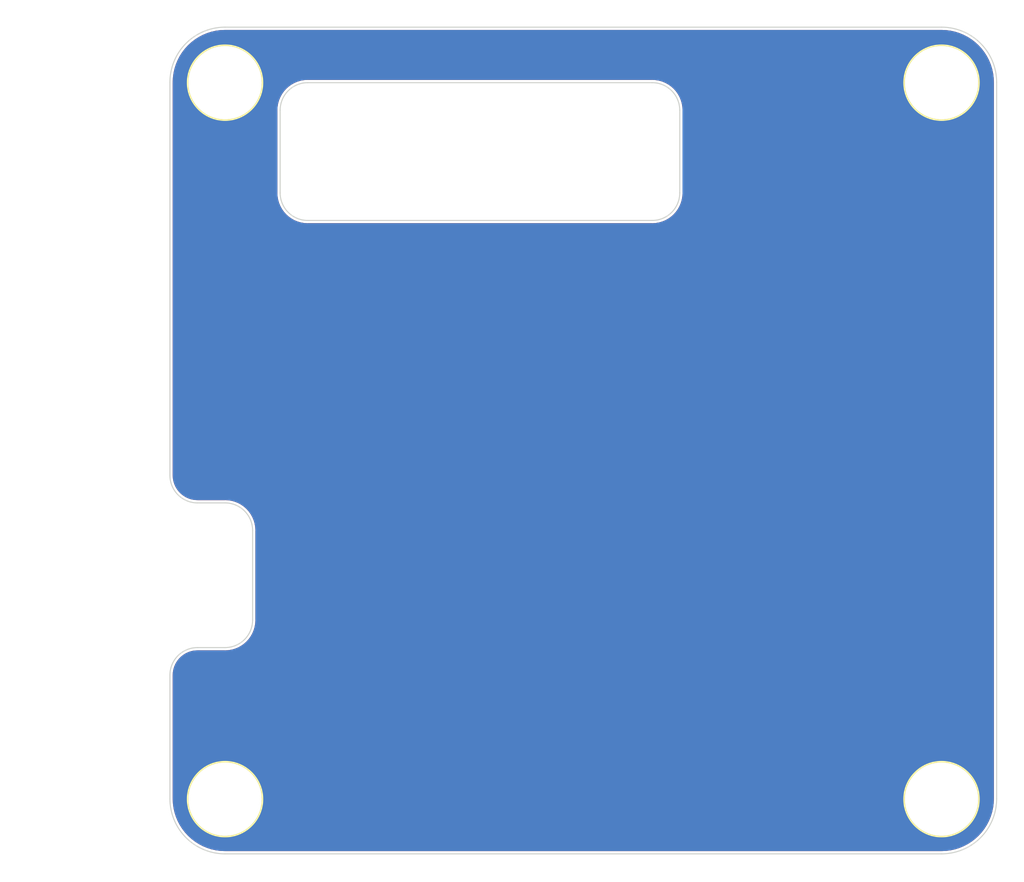
<source format=kicad_pcb>
(kicad_pcb (version 20211014) (generator pcbnew)
  (layers (0 "F.Cu" signal) (31 "B.Cu" signal) (34 "B.Paste" user) (35 "F.Paste" user) (36 "B.SilkS" user "B.Silkscreen") (37 "F.SilkS" user "F.Silkscreen") (38 "B.Mask" user) (39 "F.Mask" user) (44 "Edge.Cuts" user))
  (net 0 "")
  (net 1 "+3V3")
  (net 2 "GND")
  (footprint "kicadlibrary:MountingHole_3.2mm_M3_BARE" (layer "F.Cu") (at 180.340004 99.060004)
    (fp_text reference "H5")
    (fp_text value "MountingHole")
    (fp_circle (center 0 0) (end 3.45 0) (layer "F.SilkS") (width 0.15) (fill none))
    (pad "" np_thru_hole circle (at 0 0) (size 3.2 3.2) (drill 3.2) (layers F&B.Cu *.Mask))
    (zone (net 0) (net_name "") (layers *.Cu) (name "MOUNT_FR4_BARE") (connect_pads (clearance 0)) (min_thickness 0.254)
      (keepout (tracks not_allowed) (vias not_allowed) (pads allowed) (copperpour not_allowed) (footprints not_allowed))
      (fill (thermal_gap 0.508) (thermal_bridge_width 0.508))
      (polygon (pts (xy 183.744998 99.060004) (xy 183.725082 98.692267) (xy 183.665567 98.328831) (xy 183.56715 97.973949) (xy 183.430981 97.631772) (xy 183.258654 97.306302) (xy 183.052184 97.001348) (xy 182.813986 96.720475) (xy 182.546848 96.466971) (xy 182.253895 96.2438) (xy 181.938552 96.053573) (xy 181.604509 95.898515) (xy 181.255674 95.780441) (xy 180.896128 95.700732) (xy 180.530076 95.660319) (xy 180.1618 95.659676) (xy 179.79561 95.698811) (xy 179.435787 95.777265) (xy 179.086542 95.894121) (xy 178.75196 96.048011) (xy 178.435956 96.237136) (xy 178.142224 96.459283) (xy 177.874203 96.711854) (xy 177.635027 96.991893) (xy 177.427494 97.296125) (xy 177.254031 97.620991) (xy 177.116669 97.962691) (xy 177.017013 98.317228) (xy 176.95623 98.680453) (xy 176.935031 99.048118) (xy 176.953663 99.415923) (xy 177.011909 99.779564) (xy 177.109087 100.134787) (xy 177.244061 100.477438) (xy 177.415251 100.803507) (xy 177.620655 101.109181) (xy 177.85787 101.390883) (xy 178.124122 101.645318) (xy 178.416295 101.869511) (xy 178.730971 102.060837) (xy 179.064471 102.217059) (xy 179.412891 102.33635) (xy 179.772157 102.417315) (xy 180.138066 102.459005) (xy 180.506337 102.460933) (xy 180.872662 102.423077) (xy 181.232757 102.345879) (xy 181.582407 102.230243) (xy 181.917524 102.077522) (xy 182.234187 101.889501) (xy 182.528692 101.668381) (xy 182.797593 101.416747) (xy 183.037745 101.137545) (xy 183.246339 100.834039) (xy 183.420935 100.50978) (xy 183.559489 100.168562) (xy 183.660382 99.814375) (xy 183.722432 99.451364) (xy 183.744915 99.083775)))
    )
  )
  (footprint "kicadlibrary:MountingHole_3.2mm_M3_BARE" (layer "F.Cu") (at 114.300004 33.020004)
    (fp_text reference "H7")
    (fp_text value "MountingHole")
    (fp_circle (center 0 0) (end 3.45 0) (layer "F.SilkS") (width 0.15) (fill none))
    (pad "" np_thru_hole circle (at 0 0) (size 3.2 3.2) (drill 3.2) (layers F&B.Cu *.Mask))
    (zone (net 0) (net_name "") (layers *.Cu) (name "MOUNT_FR4_BARE") (connect_pads (clearance 0)) (min_thickness 0.254)
      (keepout (tracks not_allowed) (vias not_allowed) (pads allowed) (copperpour not_allowed) (footprints not_allowed))
      (fill (thermal_gap 0.508) (thermal_bridge_width 0.508))
      (polygon (pts (xy 117.704998 33.020004) (xy 117.685082 32.652267) (xy 117.625567 32.288831) (xy 117.52715 31.933949) (xy 117.390981 31.591772) (xy 117.218654 31.266302) (xy 117.012184 30.961348) (xy 116.773986 30.680475) (xy 116.506848 30.426971) (xy 116.213895 30.2038) (xy 115.898552 30.013573) (xy 115.564509 29.858515) (xy 115.215674 29.740441) (xy 114.856128 29.660732) (xy 114.490076 29.620319) (xy 114.1218 29.619676) (xy 113.75561 29.658811) (xy 113.395787 29.737265) (xy 113.046542 29.854121) (xy 112.71196 30.008011) (xy 112.395956 30.197136) (xy 112.102224 30.419283) (xy 111.834203 30.671854) (xy 111.595027 30.951893) (xy 111.387494 31.256125) (xy 111.214031 31.580991) (xy 111.076669 31.922691) (xy 110.977013 32.277228) (xy 110.91623 32.640453) (xy 110.895031 33.008118) (xy 110.913663 33.375923) (xy 110.971909 33.739564) (xy 111.069087 34.094787) (xy 111.204061 34.437438) (xy 111.375251 34.763507) (xy 111.580655 35.069181) (xy 111.81787 35.350883) (xy 112.084122 35.605318) (xy 112.376295 35.829511) (xy 112.690971 36.020837) (xy 113.024471 36.177059) (xy 113.372891 36.29635) (xy 113.732157 36.377315) (xy 114.098066 36.419005) (xy 114.466337 36.420933) (xy 114.832662 36.383077) (xy 115.192757 36.305879) (xy 115.542407 36.190243) (xy 115.877524 36.037522) (xy 116.194187 35.849501) (xy 116.488692 35.628381) (xy 116.757593 35.376747) (xy 116.997745 35.097545) (xy 117.206339 34.794039) (xy 117.380935 34.46978) (xy 117.519489 34.128562) (xy 117.620382 33.774375) (xy 117.682432 33.411364) (xy 117.704915 33.043775)))
    )
  )
  (footprint "kicadlibrary:MountingHole_3.2mm_M3_BARE" (layer "F.Cu") (at 114.300004 99.060004)
    (fp_text reference "H8")
    (fp_text value "MountingHole")
    (fp_circle (center 0 0) (end 3.45 0) (layer "F.SilkS") (width 0.15) (fill none))
    (pad "" np_thru_hole circle (at 0 0) (size 3.2 3.2) (drill 3.2) (layers F&B.Cu *.Mask))
    (zone (net 0) (net_name "") (layers *.Cu) (name "MOUNT_FR4_BARE") (connect_pads (clearance 0)) (min_thickness 0.254)
      (keepout (tracks not_allowed) (vias not_allowed) (pads allowed) (copperpour not_allowed) (footprints not_allowed))
      (fill (thermal_gap 0.508) (thermal_bridge_width 0.508))
      (polygon (pts (xy 117.704998 99.060004) (xy 117.685082 98.692267) (xy 117.625567 98.328831) (xy 117.52715 97.973949) (xy 117.390981 97.631772) (xy 117.218654 97.306302) (xy 117.012184 97.001348) (xy 116.773986 96.720475) (xy 116.506848 96.466971) (xy 116.213895 96.2438) (xy 115.898552 96.053573) (xy 115.564509 95.898515) (xy 115.215674 95.780441) (xy 114.856128 95.700732) (xy 114.490076 95.660319) (xy 114.1218 95.659676) (xy 113.75561 95.698811) (xy 113.395787 95.777265) (xy 113.046542 95.894121) (xy 112.71196 96.048011) (xy 112.395956 96.237136) (xy 112.102224 96.459283) (xy 111.834203 96.711854) (xy 111.595027 96.991893) (xy 111.387494 97.296125) (xy 111.214031 97.620991) (xy 111.076669 97.962691) (xy 110.977013 98.317228) (xy 110.91623 98.680453) (xy 110.895031 99.048118) (xy 110.913663 99.415923) (xy 110.971909 99.779564) (xy 111.069087 100.134787) (xy 111.204061 100.477438) (xy 111.375251 100.803507) (xy 111.580655 101.109181) (xy 111.81787 101.390883) (xy 112.084122 101.645318) (xy 112.376295 101.869511) (xy 112.690971 102.060837) (xy 113.024471 102.217059) (xy 113.372891 102.33635) (xy 113.732157 102.417315) (xy 114.098066 102.459005) (xy 114.466337 102.460933) (xy 114.832662 102.423077) (xy 115.192757 102.345879) (xy 115.542407 102.230243) (xy 115.877524 102.077522) (xy 116.194187 101.889501) (xy 116.488692 101.668381) (xy 116.757593 101.416747) (xy 116.997745 101.137545) (xy 117.206339 100.834039) (xy 117.380935 100.50978) (xy 117.519489 100.168562) (xy 117.620382 99.814375) (xy 117.682432 99.451364) (xy 117.704915 99.083775)))
    )
  )
  (footprint "kicadlibrary:MountingHole_3.2mm_M3_BARE" (layer "F.Cu") (at 180.340004 33.020004)
    (fp_text reference "H6")
    (fp_text value "MountingHole")
    (fp_circle (center 0 0) (end 3.45 0) (layer "F.SilkS") (width 0.15) (fill none))
    (pad "" np_thru_hole circle (at 0 0) (size 3.2 3.2) (drill 3.2) (layers F&B.Cu *.Mask))
    (zone (net 0) (net_name "") (layers *.Cu) (name "MOUNT_FR4_BARE") (connect_pads (clearance 0)) (min_thickness 0.254)
      (keepout (tracks not_allowed) (vias not_allowed) (pads allowed) (copperpour not_allowed) (footprints not_allowed))
      (fill (thermal_gap 0.508) (thermal_bridge_width 0.508))
      (polygon (pts (xy 183.744998 33.020004) (xy 183.725082 32.652267) (xy 183.665567 32.288831) (xy 183.56715 31.933949) (xy 183.430981 31.591772) (xy 183.258654 31.266302) (xy 183.052184 30.961348) (xy 182.813986 30.680475) (xy 182.546848 30.426971) (xy 182.253895 30.2038) (xy 181.938552 30.013573) (xy 181.604509 29.858515) (xy 181.255674 29.740441) (xy 180.896128 29.660732) (xy 180.530076 29.620319) (xy 180.1618 29.619676) (xy 179.79561 29.658811) (xy 179.435787 29.737265) (xy 179.086542 29.854121) (xy 178.75196 30.008011) (xy 178.435956 30.197136) (xy 178.142224 30.419283) (xy 177.874203 30.671854) (xy 177.635027 30.951893) (xy 177.427494 31.256125) (xy 177.254031 31.580991) (xy 177.116669 31.922691) (xy 177.017013 32.277228) (xy 176.95623 32.640453) (xy 176.935031 33.008118) (xy 176.953663 33.375923) (xy 177.011909 33.739564) (xy 177.109087 34.094787) (xy 177.244061 34.437438) (xy 177.415251 34.763507) (xy 177.620655 35.069181) (xy 177.85787 35.350883) (xy 178.124122 35.605318) (xy 178.416295 35.829511) (xy 178.730971 36.020837) (xy 179.064471 36.177059) (xy 179.412891 36.29635) (xy 179.772157 36.377315) (xy 180.138066 36.419005) (xy 180.506337 36.420933) (xy 180.872662 36.383077) (xy 181.232757 36.305879) (xy 181.582407 36.190243) (xy 181.917524 36.037522) (xy 182.234187 35.849501) (xy 182.528692 35.628381) (xy 182.797593 35.376747) (xy 183.037745 35.097545) (xy 183.246339 34.794039) (xy 183.420935 34.46978) (xy 183.559489 34.128562) (xy 183.660382 33.774375) (xy 183.722432 33.411364) (xy 183.744915 33.043775)))
    )
  )
  (gr_arc (start 156.210004 43.180004) (mid 155.466055 44.976055) (end 153.670004 45.720004) (layer "Edge.Cuts") (width 0.1))
  (gr_line (start 180.340002 27.9039) (end 114.300002 27.9039) (layer "Edge.Cuts") (width 0.1))
  (gr_line (start 114.300005 71.755003) (end 111.760003 71.755005) (layer "Edge.Cuts") (width 0.1))
  (gr_arc (start 185.420002 99.0239) (mid 183.932105 102.616003) (end 180.340002 104.1039) (layer "Edge.Cuts") (width 0.1))
  (gr_line (start 121.920004 45.720004) (end 153.670004 45.720004) (layer "Edge.Cuts") (width 0.1))
  (gr_line (start 116.840005 82.550005) (end 116.840005 74.295003) (layer "Edge.Cuts") (width 0.1))
  (gr_arc (start 121.920004 45.720004) (mid 120.123953 44.976055) (end 119.380004 43.180004) (layer "Edge.Cuts") (width 0.1))
  (gr_arc (start 109.220002 32.9839) (mid 110.7079 29.391798) (end 114.300002 27.9039) (layer "Edge.Cuts") (width 0.1))
  (gr_line (start 109.220002 99.0239) (end 109.220003 87.630003) (layer "Edge.Cuts") (width 0.1))
  (gr_arc (start 109.220003 87.630003) (mid 109.963952 85.833952) (end 111.760003 85.090003) (layer "Edge.Cuts") (width 0.1))
  (gr_arc (start 114.300005 71.755003) (mid 116.096056 72.498952) (end 116.840005 74.295003) (layer "Edge.Cuts") (width 0.1))
  (gr_arc (start 111.760003 71.755005) (mid 109.963952 71.011056) (end 109.220003 69.215005) (layer "Edge.Cuts") (width 0.1))
  (gr_line (start 185.420002 99.0239) (end 185.420002 32.9839) (layer "Edge.Cuts") (width 0.1))
  (gr_arc (start 114.300002 104.1039) (mid 110.707898 102.616004) (end 109.220002 99.0239) (layer "Edge.Cuts") (width 0.1))
  (gr_line (start 180.340002 104.1039) (end 114.300002 104.1039) (layer "Edge.Cuts") (width 0.1))
  (gr_line (start 119.380004 35.560004) (end 119.380004 43.180004) (layer "Edge.Cuts") (width 0.1))
  (gr_line (start 153.670004 33.020004) (end 121.920004 33.020004) (layer "Edge.Cuts") (width 0.1))
  (gr_arc (start 153.670004 33.020004) (mid 155.466055 33.763953) (end 156.210004 35.560004) (layer "Edge.Cuts") (width 0.1))
  (gr_arc (start 116.840005 82.550005) (mid 116.096056 84.346056) (end 114.300005 85.090005) (layer "Edge.Cuts") (width 0.1))
  (gr_line (start 156.210004 43.180004) (end 156.210004 35.560004) (layer "Edge.Cuts") (width 0.1))
  (gr_arc (start 119.380004 35.560004) (mid 120.123953 33.763953) (end 121.920004 33.020004) (layer "Edge.Cuts") (width 0.1))
  (gr_arc (start 180.340002 27.9039) (mid 183.932104 29.391798) (end 185.420002 32.9839) (layer "Edge.Cuts") (width 0.1))
  (gr_line (start 111.760003 85.090003) (end 114.300005 85.090005) (layer "Edge.Cuts") (width 0.1))
  (gr_line (start 109.220003 69.215005) (end 109.220002 32.9839) (layer "Edge.Cuts") (width 0.1))
  (zone (net 2) (net_name "GND") (layer "F.Cu") (connect_pads (clearance 0.254)) (min_thickness 0.127) (fill yes (thermal_gap 0.508) (thermal_bridge_width 0.508) (island_removal_mode 1) (island_area_min 5))
    (polygon (pts (xy 187.960002 106.680002) (xy 104.902002 106.680002) (xy 104.902002 25.400002) (xy 187.960002 25.400002)))
  )
  (zone (net 1) (net_name "+3V3") (layer "B.Cu") (connect_pads (clearance 0.254)) (min_thickness 0.127) (fill yes (thermal_gap 0.508) (thermal_bridge_width 0.508) (island_removal_mode 1) (island_area_min 10))
    (polygon (pts (xy 187.960002 106.680002) (xy 104.394002 106.680002) (xy 104.394002 25.400002) (xy 187.960002 25.400002)))
  )
)
</source>
